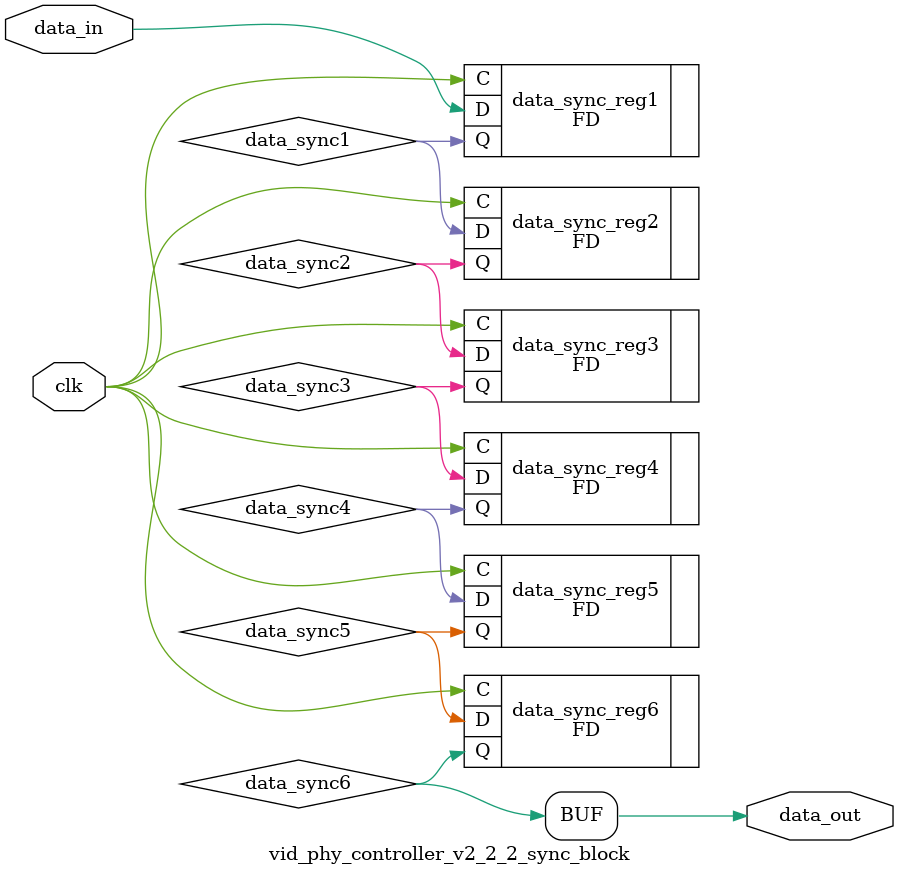
<source format=v>




`timescale 1ps / 1ps

//(* dont_touch = "yes" *)
module vid_phy_controller_v2_2_2_sync_block
  #(
  parameter INITIALISE = 6'b000000
)
(
  input        clk,              // clock to be sync'ed to
  input        data_in,          // Data to be 'synced'
  output       data_out          // synced data
);

  // Internal Signals
  wire data_sync1;
  wire data_sync2;
  wire data_sync3;
  wire data_sync4;
  wire data_sync5;
  wire data_sync6;


  (* shreg_extract = "no", ASYNC_REG = "TRUE" *)
  FD #(
    .INIT (INITIALISE[0])
  ) data_sync_reg1 (
    .C  (clk),
    .D  (data_in),
    .Q  (data_sync1)
  );


  (* shreg_extract = "no", ASYNC_REG = "TRUE" *)
  FD #(
   .INIT (INITIALISE[1])
  ) data_sync_reg2 (
  .C  (clk),
  .D  (data_sync1),
  .Q  (data_sync2)
  );


  (* shreg_extract = "no", ASYNC_REG = "TRUE" *)
  FD #(
   .INIT (INITIALISE[2])
  ) data_sync_reg3 (
  .C  (clk),
  .D  (data_sync2),
  .Q  (data_sync3)
  );

  (* shreg_extract = "no", ASYNC_REG = "TRUE" *)
  FD #(
   .INIT (INITIALISE[3])
  ) data_sync_reg4 (
  .C  (clk),
  .D  (data_sync3),
  .Q  (data_sync4)
  );

  (* shreg_extract = "no", ASYNC_REG = "TRUE" *)
  FD #(
   .INIT (INITIALISE[4])
  ) data_sync_reg5 (
  .C  (clk),
  .D  (data_sync4),
  .Q  (data_sync5)
  );

  (* shreg_extract = "no", ASYNC_REG = "TRUE" *)
  FD #(
   .INIT (INITIALISE[5])
  ) data_sync_reg6 (
  .C  (clk),
  .D  (data_sync5),
  .Q  (data_sync6)
  );
  assign data_out = data_sync6;



endmodule

</source>
